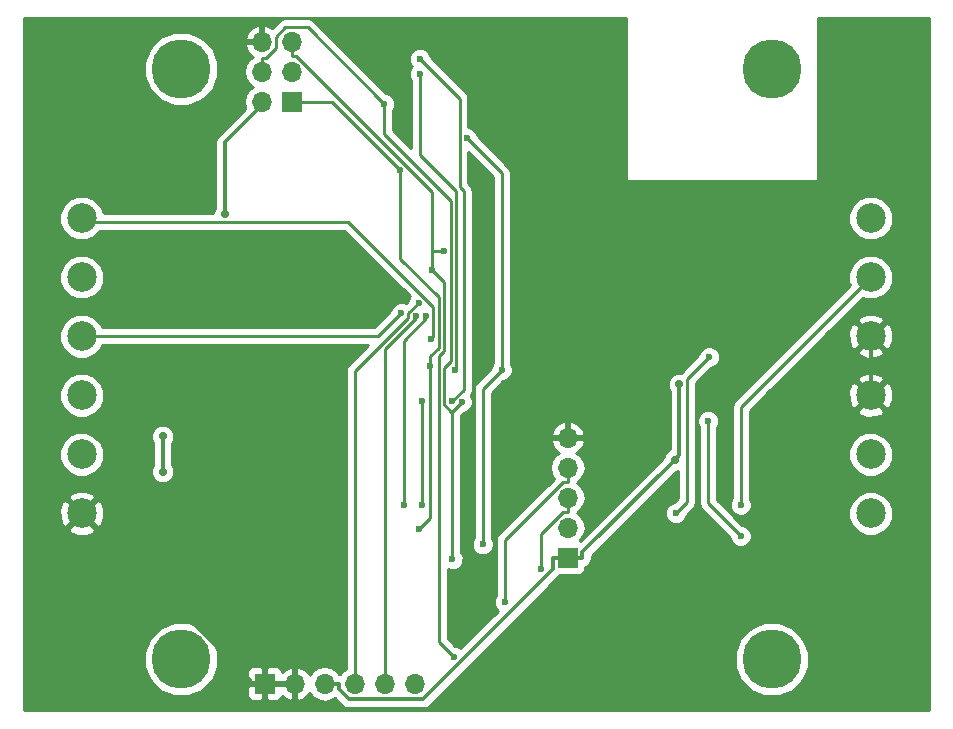
<source format=gbl>
G04 #@! TF.FileFunction,Copper,L2,Bot,Signal*
%FSLAX46Y46*%
G04 Gerber Fmt 4.6, Leading zero omitted, Abs format (unit mm)*
G04 Created by KiCad (PCBNEW 4.0.5) date Wednesday, 08 March 2017 'PMt' 22:20:01*
%MOMM*%
%LPD*%
G01*
G04 APERTURE LIST*
%ADD10C,0.100000*%
%ADD11C,5.000000*%
%ADD12R,1.700000X1.700000*%
%ADD13O,1.700000X1.700000*%
%ADD14C,2.500000*%
%ADD15C,0.700000*%
%ADD16C,0.600000*%
%ADD17C,0.350000*%
%ADD18C,0.250000*%
%ADD19C,0.254000*%
G04 APERTURE END LIST*
D10*
D11*
X222000000Y-47000000D03*
X172000000Y-97000000D03*
X172000000Y-47000000D03*
X222000000Y-97000000D03*
D12*
X181356000Y-49784000D03*
D13*
X178816000Y-49784000D03*
X181356000Y-47244000D03*
X178816000Y-47244000D03*
X181356000Y-44704000D03*
X178816000Y-44704000D03*
D12*
X179070000Y-99060000D03*
D13*
X181610000Y-99060000D03*
X184150000Y-99060000D03*
X186690000Y-99060000D03*
X189230000Y-99060000D03*
X191770000Y-99060000D03*
D14*
X163576000Y-84636000D03*
X163576000Y-79636000D03*
X163576000Y-74636000D03*
X163576000Y-69636000D03*
X163576000Y-59636000D03*
X163576000Y-64636000D03*
X230378000Y-59636000D03*
X230378000Y-64636000D03*
X230378000Y-69636000D03*
X230378000Y-74636000D03*
X230378000Y-84636000D03*
X230378000Y-79636000D03*
D12*
X204724000Y-88392000D03*
D13*
X204724000Y-85852000D03*
X204724000Y-83312000D03*
X204724000Y-80772000D03*
X204724000Y-78232000D03*
D15*
X203016900Y-71999600D03*
X170450000Y-81100000D03*
X170450000Y-78100000D03*
X175697900Y-59305200D03*
X213769700Y-80117700D03*
X214169000Y-73708000D03*
D16*
X194969400Y-88519000D03*
X195777600Y-75200900D03*
X189187200Y-49956000D03*
X193072500Y-72169600D03*
X192151700Y-85979000D03*
X190548300Y-55578100D03*
X199132400Y-72488200D03*
X196191900Y-52862600D03*
X197525600Y-87249000D03*
X193277100Y-64032300D03*
X195060300Y-96770100D03*
X194212700Y-62455500D03*
X192098900Y-66833100D03*
X219383300Y-83921200D03*
X219372700Y-86537400D03*
X216621800Y-76797300D03*
X213878100Y-84619300D03*
X216704400Y-71390600D03*
X192205600Y-46146000D03*
X194912000Y-75154000D03*
X192192900Y-47416000D03*
X195225400Y-72481700D03*
X191871200Y-67946200D03*
X199390000Y-92153200D03*
X202480100Y-89366700D03*
X192353400Y-83935900D03*
X192353400Y-75151100D03*
X193176000Y-69870600D03*
X190602600Y-67673800D03*
X190833400Y-83882100D03*
X192725700Y-67934700D03*
D17*
X230378000Y-74636000D02*
X230378000Y-69636000D01*
X203016900Y-75299600D02*
X203016900Y-71999600D01*
X204724000Y-77006700D02*
X203016900Y-75299600D01*
X204724000Y-78232000D02*
X204724000Y-77006700D01*
X163709700Y-84636000D02*
X163576000Y-84636000D01*
X177844700Y-98771000D02*
X163709700Y-84636000D01*
X177844700Y-99060000D02*
X177844700Y-98771000D01*
X179070000Y-99060000D02*
X177844700Y-99060000D01*
X170450000Y-80850000D02*
X170450000Y-81100000D01*
X170450000Y-78100000D02*
X170450000Y-80850000D01*
X203498700Y-89311000D02*
X203498700Y-88392000D01*
X192475300Y-100334400D02*
X203498700Y-89311000D01*
X186190200Y-100334400D02*
X192475300Y-100334400D01*
X185375300Y-99519500D02*
X186190200Y-100334400D01*
X185375300Y-99060000D02*
X185375300Y-99519500D01*
X184150000Y-99060000D02*
X185375300Y-99060000D01*
X204111400Y-88392000D02*
X203498700Y-88392000D01*
X175697900Y-53222000D02*
X175697900Y-59305200D01*
X179135900Y-49784000D02*
X175697900Y-53222000D01*
X178816000Y-49784000D02*
X179135900Y-49784000D01*
X204111400Y-88392000D02*
X204724000Y-88392000D01*
X205949300Y-87938100D02*
X213769700Y-80117700D01*
X205949300Y-88392000D02*
X205949300Y-87938100D01*
X204724000Y-88392000D02*
X205949300Y-88392000D01*
X214169000Y-79718400D02*
X214169000Y-73708000D01*
X213769700Y-80117700D02*
X214169000Y-79718400D01*
D18*
X178816000Y-47244000D02*
X178816000Y-46068700D01*
X194969400Y-88519000D02*
X194969400Y-76009100D01*
X194969400Y-76009100D02*
X195777600Y-75200900D01*
X179183400Y-46068700D02*
X178816000Y-46068700D01*
X179991300Y-45260800D02*
X179183400Y-46068700D01*
X179991300Y-44324600D02*
X179991300Y-45260800D01*
X180829900Y-43486000D02*
X179991300Y-44324600D01*
X182717200Y-43486000D02*
X180829900Y-43486000D01*
X189187200Y-49956000D02*
X182717200Y-43486000D01*
X189187200Y-52529800D02*
X189187200Y-49956000D01*
X194838000Y-58180600D02*
X189187200Y-52529800D01*
X194838000Y-71720400D02*
X194838000Y-58180600D01*
X194276400Y-72282000D02*
X194838000Y-71720400D01*
X194276400Y-75402800D02*
X194276400Y-72282000D01*
X194882700Y-76009100D02*
X194276400Y-75402800D01*
X194969400Y-76009100D02*
X194882700Y-76009100D01*
X193072500Y-85058200D02*
X192151700Y-85979000D01*
X193072500Y-72169600D02*
X193072500Y-85058200D01*
X181356000Y-49784000D02*
X182531300Y-49784000D01*
X190548300Y-63095900D02*
X190548300Y-55578100D01*
X193801400Y-66349000D02*
X190548300Y-63095900D01*
X193801400Y-70613400D02*
X193801400Y-66349000D01*
X193072500Y-71342300D02*
X193801400Y-70613400D01*
X193072500Y-72169600D02*
X193072500Y-71342300D01*
X184754200Y-49784000D02*
X182531300Y-49784000D01*
X190548300Y-55578100D02*
X184754200Y-49784000D01*
X197525600Y-74095000D02*
X197525600Y-87249000D01*
X199132400Y-72488200D02*
X197525600Y-74095000D01*
X199132400Y-55803100D02*
X196191900Y-52862600D01*
X199132400Y-72488200D02*
X199132400Y-55803100D01*
X181356000Y-44704000D02*
X181356000Y-45879300D01*
X194251700Y-65006900D02*
X193277100Y-64032300D01*
X194251700Y-70907800D02*
X194251700Y-65006900D01*
X193820900Y-71338600D02*
X194251700Y-70907800D01*
X193820900Y-95530700D02*
X193820900Y-71338600D01*
X195060300Y-96770100D02*
X193820900Y-95530700D01*
X193277100Y-62455500D02*
X194212700Y-62455500D01*
X193277100Y-57422400D02*
X193277100Y-62455500D01*
X181734000Y-45879300D02*
X193277100Y-57422400D01*
X181356000Y-45879300D02*
X181734000Y-45879300D01*
X193277100Y-62455500D02*
X193277100Y-64032300D01*
X191232200Y-67699800D02*
X192098900Y-66833100D01*
X191232200Y-68056500D02*
X191232200Y-67699800D01*
X186690000Y-72598700D02*
X191232200Y-68056500D01*
X186690000Y-99060000D02*
X186690000Y-72598700D01*
X219383300Y-75630700D02*
X219383300Y-83921200D01*
X230378000Y-64636000D02*
X219383300Y-75630700D01*
X216621800Y-83786500D02*
X216621800Y-76797300D01*
X219372700Y-86537400D02*
X216621800Y-83786500D01*
X214844300Y-73250700D02*
X216704400Y-71390600D01*
X214844300Y-83653100D02*
X214844300Y-73250700D01*
X213878100Y-84619300D02*
X214844300Y-83653100D01*
X195566600Y-49507000D02*
X192205600Y-46146000D01*
X195566600Y-57014500D02*
X195566600Y-49507000D01*
X195921000Y-57368900D02*
X195566600Y-57014500D01*
X195921000Y-74145000D02*
X195921000Y-57368900D01*
X194912000Y-75154000D02*
X195921000Y-74145000D01*
X192192900Y-54277700D02*
X192192900Y-47416000D01*
X195288300Y-57373100D02*
X192192900Y-54277700D01*
X195288300Y-72418800D02*
X195288300Y-57373100D01*
X195225400Y-72481700D02*
X195288300Y-72418800D01*
X191871200Y-68054400D02*
X191871200Y-67946200D01*
X189230000Y-70695600D02*
X191871200Y-68054400D01*
X189230000Y-99060000D02*
X189230000Y-70695600D01*
X204724000Y-80772000D02*
X204724000Y-81947300D01*
X199390000Y-86914000D02*
X199390000Y-92153200D01*
X204356700Y-81947300D02*
X199390000Y-86914000D01*
X204724000Y-81947300D02*
X204356700Y-81947300D01*
X204724000Y-83312000D02*
X204724000Y-84487300D01*
X202480100Y-86363900D02*
X202480100Y-89366700D01*
X204356700Y-84487300D02*
X202480100Y-86363900D01*
X204724000Y-84487300D02*
X204356700Y-84487300D01*
X192353400Y-83935900D02*
X192353400Y-75151100D01*
X193351100Y-69695500D02*
X193176000Y-69870600D01*
X193351100Y-67187800D02*
X193351100Y-69695500D01*
X186143800Y-59980500D02*
X193351100Y-67187800D01*
X163920500Y-59980500D02*
X186143800Y-59980500D01*
X163576000Y-59636000D02*
X163920500Y-59980500D01*
X188640400Y-69636000D02*
X190602600Y-67673800D01*
X163576000Y-69636000D02*
X188640400Y-69636000D01*
X190833400Y-70002100D02*
X190833400Y-83882100D01*
X192725700Y-68109800D02*
X190833400Y-70002100D01*
X192725700Y-67934700D02*
X192725700Y-68109800D01*
D19*
G36*
X209677000Y-56388000D02*
X209687006Y-56437410D01*
X209715447Y-56479035D01*
X209757841Y-56506315D01*
X209804000Y-56515000D01*
X225806000Y-56515000D01*
X225855410Y-56504994D01*
X225897035Y-56476553D01*
X225924315Y-56434159D01*
X225933000Y-56388000D01*
X225933000Y-42710000D01*
X235290000Y-42710000D01*
X235290000Y-101290000D01*
X158710000Y-101290000D01*
X158710000Y-97620854D01*
X168864457Y-97620854D01*
X169340727Y-98773515D01*
X170221847Y-99656174D01*
X171373674Y-100134454D01*
X172620854Y-100135543D01*
X173773515Y-99659273D01*
X174087585Y-99345750D01*
X177585000Y-99345750D01*
X177585000Y-100036309D01*
X177681673Y-100269698D01*
X177860301Y-100448327D01*
X178093690Y-100545000D01*
X178784250Y-100545000D01*
X178943000Y-100386250D01*
X178943000Y-99187000D01*
X179197000Y-99187000D01*
X179197000Y-100386250D01*
X179355750Y-100545000D01*
X180046310Y-100545000D01*
X180279699Y-100448327D01*
X180458327Y-100269698D01*
X180545136Y-100060122D01*
X180843076Y-100331645D01*
X181253110Y-100501476D01*
X181483000Y-100380155D01*
X181483000Y-99187000D01*
X179197000Y-99187000D01*
X178943000Y-99187000D01*
X177743750Y-99187000D01*
X177585000Y-99345750D01*
X174087585Y-99345750D01*
X174656174Y-98778153D01*
X174944539Y-98083691D01*
X177585000Y-98083691D01*
X177585000Y-98774250D01*
X177743750Y-98933000D01*
X178943000Y-98933000D01*
X178943000Y-97733750D01*
X179197000Y-97733750D01*
X179197000Y-98933000D01*
X181483000Y-98933000D01*
X181483000Y-97739845D01*
X181253110Y-97618524D01*
X180843076Y-97788355D01*
X180545136Y-98059878D01*
X180458327Y-97850302D01*
X180279699Y-97671673D01*
X180046310Y-97575000D01*
X179355750Y-97575000D01*
X179197000Y-97733750D01*
X178943000Y-97733750D01*
X178784250Y-97575000D01*
X178093690Y-97575000D01*
X177860301Y-97671673D01*
X177681673Y-97850302D01*
X177585000Y-98083691D01*
X174944539Y-98083691D01*
X175134454Y-97626326D01*
X175135543Y-96379146D01*
X174659273Y-95226485D01*
X173778153Y-94343826D01*
X172626326Y-93865546D01*
X171379146Y-93864457D01*
X170226485Y-94340727D01*
X169343826Y-95221847D01*
X168865546Y-96373674D01*
X168864457Y-97620854D01*
X158710000Y-97620854D01*
X158710000Y-85969320D01*
X162422285Y-85969320D01*
X162551533Y-86262123D01*
X163251806Y-86530388D01*
X164001435Y-86510250D01*
X164600467Y-86262123D01*
X164729715Y-85969320D01*
X163576000Y-84815605D01*
X162422285Y-85969320D01*
X158710000Y-85969320D01*
X158710000Y-84311806D01*
X161681612Y-84311806D01*
X161701750Y-85061435D01*
X161949877Y-85660467D01*
X162242680Y-85789715D01*
X163396395Y-84636000D01*
X163755605Y-84636000D01*
X164909320Y-85789715D01*
X165202123Y-85660467D01*
X165470388Y-84960194D01*
X165450250Y-84210565D01*
X165202123Y-83611533D01*
X164909320Y-83482285D01*
X163755605Y-84636000D01*
X163396395Y-84636000D01*
X162242680Y-83482285D01*
X161949877Y-83611533D01*
X161681612Y-84311806D01*
X158710000Y-84311806D01*
X158710000Y-83302680D01*
X162422285Y-83302680D01*
X163576000Y-84456395D01*
X164729715Y-83302680D01*
X164600467Y-83009877D01*
X163900194Y-82741612D01*
X163150565Y-82761750D01*
X162551533Y-83009877D01*
X162422285Y-83302680D01*
X158710000Y-83302680D01*
X158710000Y-80009305D01*
X161690674Y-80009305D01*
X161977043Y-80702372D01*
X162506839Y-81233093D01*
X163199405Y-81520672D01*
X163949305Y-81521326D01*
X164642372Y-81234957D01*
X165173093Y-80705161D01*
X165460672Y-80012595D01*
X165461326Y-79262695D01*
X165174957Y-78569628D01*
X164900877Y-78295069D01*
X169464830Y-78295069D01*
X169614471Y-78657229D01*
X169640000Y-78682803D01*
X169640000Y-80516802D01*
X169615445Y-80541314D01*
X169465172Y-80903212D01*
X169464830Y-81295069D01*
X169614471Y-81657229D01*
X169891314Y-81934555D01*
X170253212Y-82084828D01*
X170645069Y-82085170D01*
X171007229Y-81935529D01*
X171284555Y-81658686D01*
X171434828Y-81296788D01*
X171435170Y-80904931D01*
X171285529Y-80542771D01*
X171260000Y-80517197D01*
X171260000Y-78683198D01*
X171284555Y-78658686D01*
X171434828Y-78296788D01*
X171435170Y-77904931D01*
X171285529Y-77542771D01*
X171008686Y-77265445D01*
X170646788Y-77115172D01*
X170254931Y-77114830D01*
X169892771Y-77264471D01*
X169615445Y-77541314D01*
X169465172Y-77903212D01*
X169464830Y-78295069D01*
X164900877Y-78295069D01*
X164645161Y-78038907D01*
X163952595Y-77751328D01*
X163202695Y-77750674D01*
X162509628Y-78037043D01*
X161978907Y-78566839D01*
X161691328Y-79259405D01*
X161690674Y-80009305D01*
X158710000Y-80009305D01*
X158710000Y-75009305D01*
X161690674Y-75009305D01*
X161977043Y-75702372D01*
X162506839Y-76233093D01*
X163199405Y-76520672D01*
X163949305Y-76521326D01*
X164642372Y-76234957D01*
X165173093Y-75705161D01*
X165460672Y-75012595D01*
X165461326Y-74262695D01*
X165174957Y-73569628D01*
X164645161Y-73038907D01*
X163952595Y-72751328D01*
X163202695Y-72750674D01*
X162509628Y-73037043D01*
X161978907Y-73566839D01*
X161691328Y-74259405D01*
X161690674Y-75009305D01*
X158710000Y-75009305D01*
X158710000Y-65009305D01*
X161690674Y-65009305D01*
X161977043Y-65702372D01*
X162506839Y-66233093D01*
X163199405Y-66520672D01*
X163949305Y-66521326D01*
X164642372Y-66234957D01*
X165173093Y-65705161D01*
X165460672Y-65012595D01*
X165461326Y-64262695D01*
X165174957Y-63569628D01*
X164645161Y-63038907D01*
X163952595Y-62751328D01*
X163202695Y-62750674D01*
X162509628Y-63037043D01*
X161978907Y-63566839D01*
X161691328Y-64259405D01*
X161690674Y-65009305D01*
X158710000Y-65009305D01*
X158710000Y-60009305D01*
X161690674Y-60009305D01*
X161977043Y-60702372D01*
X162506839Y-61233093D01*
X163199405Y-61520672D01*
X163949305Y-61521326D01*
X164642372Y-61234957D01*
X165137692Y-60740500D01*
X185828998Y-60740500D01*
X191349026Y-66260528D01*
X191306708Y-66302773D01*
X191164062Y-66646301D01*
X191164021Y-66693177D01*
X191021754Y-66835444D01*
X190789399Y-66738962D01*
X190417433Y-66738638D01*
X190073657Y-66880683D01*
X189810408Y-67143473D01*
X189667762Y-67487001D01*
X189667721Y-67533877D01*
X188325598Y-68876000D01*
X165301547Y-68876000D01*
X165174957Y-68569628D01*
X164645161Y-68038907D01*
X163952595Y-67751328D01*
X163202695Y-67750674D01*
X162509628Y-68037043D01*
X161978907Y-68566839D01*
X161691328Y-69259405D01*
X161690674Y-70009305D01*
X161977043Y-70702372D01*
X162506839Y-71233093D01*
X163199405Y-71520672D01*
X163949305Y-71521326D01*
X164642372Y-71234957D01*
X165173093Y-70705161D01*
X165301468Y-70396000D01*
X187817898Y-70396000D01*
X186152599Y-72061299D01*
X185987852Y-72307861D01*
X185930000Y-72598700D01*
X185930000Y-97787046D01*
X185639946Y-97980853D01*
X185450159Y-98264890D01*
X185380596Y-98251053D01*
X185200054Y-97980853D01*
X184718285Y-97658946D01*
X184150000Y-97545907D01*
X183581715Y-97658946D01*
X183099946Y-97980853D01*
X182872298Y-98321553D01*
X182805183Y-98178642D01*
X182376924Y-97788355D01*
X181966890Y-97618524D01*
X181737000Y-97739845D01*
X181737000Y-98933000D01*
X181757000Y-98933000D01*
X181757000Y-99187000D01*
X181737000Y-99187000D01*
X181737000Y-100380155D01*
X181966890Y-100501476D01*
X182376924Y-100331645D01*
X182805183Y-99941358D01*
X182872298Y-99798447D01*
X183099946Y-100139147D01*
X183581715Y-100461054D01*
X184150000Y-100574093D01*
X184718285Y-100461054D01*
X184989873Y-100279585D01*
X185617444Y-100907157D01*
X185880227Y-101082743D01*
X186190200Y-101144400D01*
X192475300Y-101144400D01*
X192785274Y-101082742D01*
X193048056Y-100907156D01*
X196334358Y-97620854D01*
X218864457Y-97620854D01*
X219340727Y-98773515D01*
X220221847Y-99656174D01*
X221373674Y-100134454D01*
X222620854Y-100135543D01*
X223773515Y-99659273D01*
X224656174Y-98778153D01*
X225134454Y-97626326D01*
X225135543Y-96379146D01*
X224659273Y-95226485D01*
X223778153Y-94343826D01*
X222626326Y-93865546D01*
X221379146Y-93864457D01*
X220226485Y-94340727D01*
X219343826Y-95221847D01*
X218865546Y-96373674D01*
X218864457Y-97620854D01*
X196334358Y-97620854D01*
X204065773Y-89889440D01*
X205574000Y-89889440D01*
X205809317Y-89845162D01*
X206025441Y-89706090D01*
X206170431Y-89493890D01*
X206221440Y-89242000D01*
X206221440Y-89147868D01*
X206259274Y-89140342D01*
X206522056Y-88964756D01*
X206697642Y-88701974D01*
X206759300Y-88392000D01*
X206759300Y-88273612D01*
X213930073Y-81102840D01*
X213964769Y-81102870D01*
X214084300Y-81053481D01*
X214084300Y-83338298D01*
X213738420Y-83684178D01*
X213692933Y-83684138D01*
X213349157Y-83826183D01*
X213085908Y-84088973D01*
X212943262Y-84432501D01*
X212942938Y-84804467D01*
X213084983Y-85148243D01*
X213347773Y-85411492D01*
X213691301Y-85554138D01*
X214063267Y-85554462D01*
X214407043Y-85412417D01*
X214670292Y-85149627D01*
X214812938Y-84806099D01*
X214812979Y-84759223D01*
X215381701Y-84190501D01*
X215546448Y-83943939D01*
X215604300Y-83653100D01*
X215604300Y-76982467D01*
X215686638Y-76982467D01*
X215828683Y-77326243D01*
X215861800Y-77359418D01*
X215861800Y-83786500D01*
X215919652Y-84077339D01*
X216084399Y-84323901D01*
X218437578Y-86677080D01*
X218437538Y-86722567D01*
X218579583Y-87066343D01*
X218842373Y-87329592D01*
X219185901Y-87472238D01*
X219557867Y-87472562D01*
X219901643Y-87330517D01*
X220164892Y-87067727D01*
X220307538Y-86724199D01*
X220307862Y-86352233D01*
X220165817Y-86008457D01*
X219903027Y-85745208D01*
X219559499Y-85602562D01*
X219512623Y-85602521D01*
X218919407Y-85009305D01*
X228492674Y-85009305D01*
X228779043Y-85702372D01*
X229308839Y-86233093D01*
X230001405Y-86520672D01*
X230751305Y-86521326D01*
X231444372Y-86234957D01*
X231975093Y-85705161D01*
X232262672Y-85012595D01*
X232263326Y-84262695D01*
X231976957Y-83569628D01*
X231447161Y-83038907D01*
X230754595Y-82751328D01*
X230004695Y-82750674D01*
X229311628Y-83037043D01*
X228780907Y-83566839D01*
X228493328Y-84259405D01*
X228492674Y-85009305D01*
X218919407Y-85009305D01*
X218016469Y-84106367D01*
X218448138Y-84106367D01*
X218590183Y-84450143D01*
X218852973Y-84713392D01*
X219196501Y-84856038D01*
X219568467Y-84856362D01*
X219912243Y-84714317D01*
X220175492Y-84451527D01*
X220318138Y-84107999D01*
X220318462Y-83736033D01*
X220176417Y-83392257D01*
X220143300Y-83359082D01*
X220143300Y-80009305D01*
X228492674Y-80009305D01*
X228779043Y-80702372D01*
X229308839Y-81233093D01*
X230001405Y-81520672D01*
X230751305Y-81521326D01*
X231444372Y-81234957D01*
X231975093Y-80705161D01*
X232262672Y-80012595D01*
X232263326Y-79262695D01*
X231976957Y-78569628D01*
X231447161Y-78038907D01*
X230754595Y-77751328D01*
X230004695Y-77750674D01*
X229311628Y-78037043D01*
X228780907Y-78566839D01*
X228493328Y-79259405D01*
X228492674Y-80009305D01*
X220143300Y-80009305D01*
X220143300Y-75969320D01*
X229224285Y-75969320D01*
X229353533Y-76262123D01*
X230053806Y-76530388D01*
X230803435Y-76510250D01*
X231402467Y-76262123D01*
X231531715Y-75969320D01*
X230378000Y-74815605D01*
X229224285Y-75969320D01*
X220143300Y-75969320D01*
X220143300Y-75945502D01*
X221776996Y-74311806D01*
X228483612Y-74311806D01*
X228503750Y-75061435D01*
X228751877Y-75660467D01*
X229044680Y-75789715D01*
X230198395Y-74636000D01*
X230557605Y-74636000D01*
X231711320Y-75789715D01*
X232004123Y-75660467D01*
X232272388Y-74960194D01*
X232252250Y-74210565D01*
X232004123Y-73611533D01*
X231711320Y-73482285D01*
X230557605Y-74636000D01*
X230198395Y-74636000D01*
X229044680Y-73482285D01*
X228751877Y-73611533D01*
X228483612Y-74311806D01*
X221776996Y-74311806D01*
X222786122Y-73302680D01*
X229224285Y-73302680D01*
X230378000Y-74456395D01*
X231531715Y-73302680D01*
X231402467Y-73009877D01*
X230702194Y-72741612D01*
X229952565Y-72761750D01*
X229353533Y-73009877D01*
X229224285Y-73302680D01*
X222786122Y-73302680D01*
X225119482Y-70969320D01*
X229224285Y-70969320D01*
X229353533Y-71262123D01*
X230053806Y-71530388D01*
X230803435Y-71510250D01*
X231402467Y-71262123D01*
X231531715Y-70969320D01*
X230378000Y-69815605D01*
X229224285Y-70969320D01*
X225119482Y-70969320D01*
X226776996Y-69311806D01*
X228483612Y-69311806D01*
X228503750Y-70061435D01*
X228751877Y-70660467D01*
X229044680Y-70789715D01*
X230198395Y-69636000D01*
X230557605Y-69636000D01*
X231711320Y-70789715D01*
X232004123Y-70660467D01*
X232272388Y-69960194D01*
X232252250Y-69210565D01*
X232004123Y-68611533D01*
X231711320Y-68482285D01*
X230557605Y-69636000D01*
X230198395Y-69636000D01*
X229044680Y-68482285D01*
X228751877Y-68611533D01*
X228483612Y-69311806D01*
X226776996Y-69311806D01*
X227786122Y-68302680D01*
X229224285Y-68302680D01*
X230378000Y-69456395D01*
X231531715Y-68302680D01*
X231402467Y-68009877D01*
X230702194Y-67741612D01*
X229952565Y-67761750D01*
X229353533Y-68009877D01*
X229224285Y-68302680D01*
X227786122Y-68302680D01*
X229695255Y-66393547D01*
X230001405Y-66520672D01*
X230751305Y-66521326D01*
X231444372Y-66234957D01*
X231975093Y-65705161D01*
X232262672Y-65012595D01*
X232263326Y-64262695D01*
X231976957Y-63569628D01*
X231447161Y-63038907D01*
X230754595Y-62751328D01*
X230004695Y-62750674D01*
X229311628Y-63037043D01*
X228780907Y-63566839D01*
X228493328Y-64259405D01*
X228492674Y-65009305D01*
X228620509Y-65318689D01*
X218845899Y-75093299D01*
X218681152Y-75339861D01*
X218623300Y-75630700D01*
X218623300Y-83358737D01*
X218591108Y-83390873D01*
X218448462Y-83734401D01*
X218448138Y-84106367D01*
X218016469Y-84106367D01*
X217381800Y-83471698D01*
X217381800Y-77359763D01*
X217413992Y-77327627D01*
X217556638Y-76984099D01*
X217556962Y-76612133D01*
X217414917Y-76268357D01*
X217152127Y-76005108D01*
X216808599Y-75862462D01*
X216436633Y-75862138D01*
X216092857Y-76004183D01*
X215829608Y-76266973D01*
X215686962Y-76610501D01*
X215686638Y-76982467D01*
X215604300Y-76982467D01*
X215604300Y-73565502D01*
X216844080Y-72325722D01*
X216889567Y-72325762D01*
X217233343Y-72183717D01*
X217496592Y-71920927D01*
X217639238Y-71577399D01*
X217639562Y-71205433D01*
X217497517Y-70861657D01*
X217234727Y-70598408D01*
X216891199Y-70455762D01*
X216519233Y-70455438D01*
X216175457Y-70597483D01*
X215912208Y-70860273D01*
X215769562Y-71203801D01*
X215769521Y-71250677D01*
X214306899Y-72713299D01*
X214300340Y-72723115D01*
X213973931Y-72722830D01*
X213611771Y-72872471D01*
X213334445Y-73149314D01*
X213184172Y-73511212D01*
X213183830Y-73903069D01*
X213333471Y-74265229D01*
X213359000Y-74290803D01*
X213359000Y-79221627D01*
X213212471Y-79282171D01*
X212935145Y-79559014D01*
X212784872Y-79920912D01*
X212784840Y-79957047D01*
X205801299Y-86940589D01*
X205758459Y-86931914D01*
X205803147Y-86902054D01*
X206125054Y-86420285D01*
X206238093Y-85852000D01*
X206125054Y-85283715D01*
X205803147Y-84801946D01*
X205473974Y-84582000D01*
X205803147Y-84362054D01*
X206125054Y-83880285D01*
X206238093Y-83312000D01*
X206125054Y-82743715D01*
X205803147Y-82261946D01*
X205473974Y-82042000D01*
X205803147Y-81822054D01*
X206125054Y-81340285D01*
X206238093Y-80772000D01*
X206125054Y-80203715D01*
X205803147Y-79721946D01*
X205462447Y-79494298D01*
X205605358Y-79427183D01*
X205995645Y-78998924D01*
X206165476Y-78588890D01*
X206044155Y-78359000D01*
X204851000Y-78359000D01*
X204851000Y-78379000D01*
X204597000Y-78379000D01*
X204597000Y-78359000D01*
X203403845Y-78359000D01*
X203282524Y-78588890D01*
X203452355Y-78998924D01*
X203842642Y-79427183D01*
X203985553Y-79494298D01*
X203644853Y-79721946D01*
X203322946Y-80203715D01*
X203209907Y-80772000D01*
X203322946Y-81340285D01*
X203549640Y-81679557D01*
X198852599Y-86376599D01*
X198687852Y-86623161D01*
X198630000Y-86914000D01*
X198630000Y-91590737D01*
X198597808Y-91622873D01*
X198455162Y-91966401D01*
X198454838Y-92338367D01*
X198596883Y-92682143D01*
X198789296Y-92874892D01*
X195638412Y-96025776D01*
X195590627Y-95977908D01*
X195247099Y-95835262D01*
X195200223Y-95835221D01*
X194580900Y-95215898D01*
X194580900Y-89370084D01*
X194782601Y-89453838D01*
X195154567Y-89454162D01*
X195498343Y-89312117D01*
X195761592Y-89049327D01*
X195904238Y-88705799D01*
X195904562Y-88333833D01*
X195762517Y-87990057D01*
X195729400Y-87956882D01*
X195729400Y-76323902D01*
X195917280Y-76136022D01*
X195962767Y-76136062D01*
X196306543Y-75994017D01*
X196569792Y-75731227D01*
X196712438Y-75387699D01*
X196712762Y-75015733D01*
X196570717Y-74671957D01*
X196507616Y-74608746D01*
X196614386Y-74448952D01*
X196623148Y-74435839D01*
X196681000Y-74145000D01*
X196681000Y-57368900D01*
X196633790Y-57131561D01*
X196623148Y-57078060D01*
X196458401Y-56831499D01*
X196326600Y-56699698D01*
X196326600Y-54072102D01*
X198372400Y-56117902D01*
X198372400Y-71925737D01*
X198340208Y-71957873D01*
X198197562Y-72301401D01*
X198197521Y-72348277D01*
X196988199Y-73557599D01*
X196823452Y-73804161D01*
X196765600Y-74095000D01*
X196765600Y-86686537D01*
X196733408Y-86718673D01*
X196590762Y-87062201D01*
X196590438Y-87434167D01*
X196732483Y-87777943D01*
X196995273Y-88041192D01*
X197338801Y-88183838D01*
X197710767Y-88184162D01*
X198054543Y-88042117D01*
X198317792Y-87779327D01*
X198460438Y-87435799D01*
X198460762Y-87063833D01*
X198318717Y-86720057D01*
X198285600Y-86686882D01*
X198285600Y-77875110D01*
X203282524Y-77875110D01*
X203403845Y-78105000D01*
X204597000Y-78105000D01*
X204597000Y-76911181D01*
X204851000Y-76911181D01*
X204851000Y-78105000D01*
X206044155Y-78105000D01*
X206165476Y-77875110D01*
X205995645Y-77465076D01*
X205605358Y-77036817D01*
X205080892Y-76790514D01*
X204851000Y-76911181D01*
X204597000Y-76911181D01*
X204367108Y-76790514D01*
X203842642Y-77036817D01*
X203452355Y-77465076D01*
X203282524Y-77875110D01*
X198285600Y-77875110D01*
X198285600Y-74409802D01*
X199272080Y-73423322D01*
X199317567Y-73423362D01*
X199661343Y-73281317D01*
X199924592Y-73018527D01*
X200067238Y-72674999D01*
X200067562Y-72303033D01*
X199925517Y-71959257D01*
X199892400Y-71926082D01*
X199892400Y-60009305D01*
X228492674Y-60009305D01*
X228779043Y-60702372D01*
X229308839Y-61233093D01*
X230001405Y-61520672D01*
X230751305Y-61521326D01*
X231444372Y-61234957D01*
X231975093Y-60705161D01*
X232262672Y-60012595D01*
X232263326Y-59262695D01*
X231976957Y-58569628D01*
X231447161Y-58038907D01*
X230754595Y-57751328D01*
X230004695Y-57750674D01*
X229311628Y-58037043D01*
X228780907Y-58566839D01*
X228493328Y-59259405D01*
X228492674Y-60009305D01*
X199892400Y-60009305D01*
X199892400Y-55803100D01*
X199834548Y-55512261D01*
X199669801Y-55265699D01*
X197127022Y-52722920D01*
X197127062Y-52677433D01*
X196985017Y-52333657D01*
X196722227Y-52070408D01*
X196378699Y-51927762D01*
X196326600Y-51927717D01*
X196326600Y-49507000D01*
X196268748Y-49216161D01*
X196104001Y-48969599D01*
X193140722Y-46006320D01*
X193140762Y-45960833D01*
X192998717Y-45617057D01*
X192735927Y-45353808D01*
X192392399Y-45211162D01*
X192020433Y-45210838D01*
X191676657Y-45352883D01*
X191413408Y-45615673D01*
X191270762Y-45959201D01*
X191270438Y-46331167D01*
X191412483Y-46674943D01*
X191511971Y-46774604D01*
X191400708Y-46885673D01*
X191258062Y-47229201D01*
X191257738Y-47601167D01*
X191399783Y-47944943D01*
X191432900Y-47978118D01*
X191432900Y-53700698D01*
X189947200Y-52214998D01*
X189947200Y-50518463D01*
X189979392Y-50486327D01*
X190122038Y-50142799D01*
X190122362Y-49770833D01*
X189980317Y-49427057D01*
X189717527Y-49163808D01*
X189373999Y-49021162D01*
X189327123Y-49021121D01*
X183254601Y-42948599D01*
X183008039Y-42783852D01*
X182717200Y-42726000D01*
X180829900Y-42726000D01*
X180539061Y-42783852D01*
X180539059Y-42783853D01*
X180539060Y-42783853D01*
X180292498Y-42948599D01*
X179714009Y-43527088D01*
X179697358Y-43508817D01*
X179172892Y-43262514D01*
X178943000Y-43383181D01*
X178943000Y-44577000D01*
X178963000Y-44577000D01*
X178963000Y-44831000D01*
X178943000Y-44831000D01*
X178943000Y-44851000D01*
X178689000Y-44851000D01*
X178689000Y-44831000D01*
X177495845Y-44831000D01*
X177374524Y-45060890D01*
X177544355Y-45470924D01*
X177934642Y-45899183D01*
X178076470Y-45965789D01*
X178076188Y-45967210D01*
X177736853Y-46193946D01*
X177414946Y-46675715D01*
X177301907Y-47244000D01*
X177414946Y-47812285D01*
X177736853Y-48294054D01*
X178066026Y-48514000D01*
X177736853Y-48733946D01*
X177414946Y-49215715D01*
X177301907Y-49784000D01*
X177414946Y-50352285D01*
X177417812Y-50356575D01*
X175125144Y-52649244D01*
X174949558Y-52912026D01*
X174887900Y-53222000D01*
X174887900Y-58722002D01*
X174863345Y-58746514D01*
X174713072Y-59108412D01*
X174712974Y-59220500D01*
X165443891Y-59220500D01*
X165174957Y-58569628D01*
X164645161Y-58038907D01*
X163952595Y-57751328D01*
X163202695Y-57750674D01*
X162509628Y-58037043D01*
X161978907Y-58566839D01*
X161691328Y-59259405D01*
X161690674Y-60009305D01*
X158710000Y-60009305D01*
X158710000Y-47620854D01*
X168864457Y-47620854D01*
X169340727Y-48773515D01*
X170221847Y-49656174D01*
X171373674Y-50134454D01*
X172620854Y-50135543D01*
X173773515Y-49659273D01*
X174656174Y-48778153D01*
X175134454Y-47626326D01*
X175135543Y-46379146D01*
X174659273Y-45226485D01*
X173781432Y-44347110D01*
X177374524Y-44347110D01*
X177495845Y-44577000D01*
X178689000Y-44577000D01*
X178689000Y-43383181D01*
X178459108Y-43262514D01*
X177934642Y-43508817D01*
X177544355Y-43937076D01*
X177374524Y-44347110D01*
X173781432Y-44347110D01*
X173778153Y-44343826D01*
X172626326Y-43865546D01*
X171379146Y-43864457D01*
X170226485Y-44340727D01*
X169343826Y-45221847D01*
X168865546Y-46373674D01*
X168864457Y-47620854D01*
X158710000Y-47620854D01*
X158710000Y-42710000D01*
X209677000Y-42710000D01*
X209677000Y-56388000D01*
X209677000Y-56388000D01*
G37*
X209677000Y-56388000D02*
X209687006Y-56437410D01*
X209715447Y-56479035D01*
X209757841Y-56506315D01*
X209804000Y-56515000D01*
X225806000Y-56515000D01*
X225855410Y-56504994D01*
X225897035Y-56476553D01*
X225924315Y-56434159D01*
X225933000Y-56388000D01*
X225933000Y-42710000D01*
X235290000Y-42710000D01*
X235290000Y-101290000D01*
X158710000Y-101290000D01*
X158710000Y-97620854D01*
X168864457Y-97620854D01*
X169340727Y-98773515D01*
X170221847Y-99656174D01*
X171373674Y-100134454D01*
X172620854Y-100135543D01*
X173773515Y-99659273D01*
X174087585Y-99345750D01*
X177585000Y-99345750D01*
X177585000Y-100036309D01*
X177681673Y-100269698D01*
X177860301Y-100448327D01*
X178093690Y-100545000D01*
X178784250Y-100545000D01*
X178943000Y-100386250D01*
X178943000Y-99187000D01*
X179197000Y-99187000D01*
X179197000Y-100386250D01*
X179355750Y-100545000D01*
X180046310Y-100545000D01*
X180279699Y-100448327D01*
X180458327Y-100269698D01*
X180545136Y-100060122D01*
X180843076Y-100331645D01*
X181253110Y-100501476D01*
X181483000Y-100380155D01*
X181483000Y-99187000D01*
X179197000Y-99187000D01*
X178943000Y-99187000D01*
X177743750Y-99187000D01*
X177585000Y-99345750D01*
X174087585Y-99345750D01*
X174656174Y-98778153D01*
X174944539Y-98083691D01*
X177585000Y-98083691D01*
X177585000Y-98774250D01*
X177743750Y-98933000D01*
X178943000Y-98933000D01*
X178943000Y-97733750D01*
X179197000Y-97733750D01*
X179197000Y-98933000D01*
X181483000Y-98933000D01*
X181483000Y-97739845D01*
X181253110Y-97618524D01*
X180843076Y-97788355D01*
X180545136Y-98059878D01*
X180458327Y-97850302D01*
X180279699Y-97671673D01*
X180046310Y-97575000D01*
X179355750Y-97575000D01*
X179197000Y-97733750D01*
X178943000Y-97733750D01*
X178784250Y-97575000D01*
X178093690Y-97575000D01*
X177860301Y-97671673D01*
X177681673Y-97850302D01*
X177585000Y-98083691D01*
X174944539Y-98083691D01*
X175134454Y-97626326D01*
X175135543Y-96379146D01*
X174659273Y-95226485D01*
X173778153Y-94343826D01*
X172626326Y-93865546D01*
X171379146Y-93864457D01*
X170226485Y-94340727D01*
X169343826Y-95221847D01*
X168865546Y-96373674D01*
X168864457Y-97620854D01*
X158710000Y-97620854D01*
X158710000Y-85969320D01*
X162422285Y-85969320D01*
X162551533Y-86262123D01*
X163251806Y-86530388D01*
X164001435Y-86510250D01*
X164600467Y-86262123D01*
X164729715Y-85969320D01*
X163576000Y-84815605D01*
X162422285Y-85969320D01*
X158710000Y-85969320D01*
X158710000Y-84311806D01*
X161681612Y-84311806D01*
X161701750Y-85061435D01*
X161949877Y-85660467D01*
X162242680Y-85789715D01*
X163396395Y-84636000D01*
X163755605Y-84636000D01*
X164909320Y-85789715D01*
X165202123Y-85660467D01*
X165470388Y-84960194D01*
X165450250Y-84210565D01*
X165202123Y-83611533D01*
X164909320Y-83482285D01*
X163755605Y-84636000D01*
X163396395Y-84636000D01*
X162242680Y-83482285D01*
X161949877Y-83611533D01*
X161681612Y-84311806D01*
X158710000Y-84311806D01*
X158710000Y-83302680D01*
X162422285Y-83302680D01*
X163576000Y-84456395D01*
X164729715Y-83302680D01*
X164600467Y-83009877D01*
X163900194Y-82741612D01*
X163150565Y-82761750D01*
X162551533Y-83009877D01*
X162422285Y-83302680D01*
X158710000Y-83302680D01*
X158710000Y-80009305D01*
X161690674Y-80009305D01*
X161977043Y-80702372D01*
X162506839Y-81233093D01*
X163199405Y-81520672D01*
X163949305Y-81521326D01*
X164642372Y-81234957D01*
X165173093Y-80705161D01*
X165460672Y-80012595D01*
X165461326Y-79262695D01*
X165174957Y-78569628D01*
X164900877Y-78295069D01*
X169464830Y-78295069D01*
X169614471Y-78657229D01*
X169640000Y-78682803D01*
X169640000Y-80516802D01*
X169615445Y-80541314D01*
X169465172Y-80903212D01*
X169464830Y-81295069D01*
X169614471Y-81657229D01*
X169891314Y-81934555D01*
X170253212Y-82084828D01*
X170645069Y-82085170D01*
X171007229Y-81935529D01*
X171284555Y-81658686D01*
X171434828Y-81296788D01*
X171435170Y-80904931D01*
X171285529Y-80542771D01*
X171260000Y-80517197D01*
X171260000Y-78683198D01*
X171284555Y-78658686D01*
X171434828Y-78296788D01*
X171435170Y-77904931D01*
X171285529Y-77542771D01*
X171008686Y-77265445D01*
X170646788Y-77115172D01*
X170254931Y-77114830D01*
X169892771Y-77264471D01*
X169615445Y-77541314D01*
X169465172Y-77903212D01*
X169464830Y-78295069D01*
X164900877Y-78295069D01*
X164645161Y-78038907D01*
X163952595Y-77751328D01*
X163202695Y-77750674D01*
X162509628Y-78037043D01*
X161978907Y-78566839D01*
X161691328Y-79259405D01*
X161690674Y-80009305D01*
X158710000Y-80009305D01*
X158710000Y-75009305D01*
X161690674Y-75009305D01*
X161977043Y-75702372D01*
X162506839Y-76233093D01*
X163199405Y-76520672D01*
X163949305Y-76521326D01*
X164642372Y-76234957D01*
X165173093Y-75705161D01*
X165460672Y-75012595D01*
X165461326Y-74262695D01*
X165174957Y-73569628D01*
X164645161Y-73038907D01*
X163952595Y-72751328D01*
X163202695Y-72750674D01*
X162509628Y-73037043D01*
X161978907Y-73566839D01*
X161691328Y-74259405D01*
X161690674Y-75009305D01*
X158710000Y-75009305D01*
X158710000Y-65009305D01*
X161690674Y-65009305D01*
X161977043Y-65702372D01*
X162506839Y-66233093D01*
X163199405Y-66520672D01*
X163949305Y-66521326D01*
X164642372Y-66234957D01*
X165173093Y-65705161D01*
X165460672Y-65012595D01*
X165461326Y-64262695D01*
X165174957Y-63569628D01*
X164645161Y-63038907D01*
X163952595Y-62751328D01*
X163202695Y-62750674D01*
X162509628Y-63037043D01*
X161978907Y-63566839D01*
X161691328Y-64259405D01*
X161690674Y-65009305D01*
X158710000Y-65009305D01*
X158710000Y-60009305D01*
X161690674Y-60009305D01*
X161977043Y-60702372D01*
X162506839Y-61233093D01*
X163199405Y-61520672D01*
X163949305Y-61521326D01*
X164642372Y-61234957D01*
X165137692Y-60740500D01*
X185828998Y-60740500D01*
X191349026Y-66260528D01*
X191306708Y-66302773D01*
X191164062Y-66646301D01*
X191164021Y-66693177D01*
X191021754Y-66835444D01*
X190789399Y-66738962D01*
X190417433Y-66738638D01*
X190073657Y-66880683D01*
X189810408Y-67143473D01*
X189667762Y-67487001D01*
X189667721Y-67533877D01*
X188325598Y-68876000D01*
X165301547Y-68876000D01*
X165174957Y-68569628D01*
X164645161Y-68038907D01*
X163952595Y-67751328D01*
X163202695Y-67750674D01*
X162509628Y-68037043D01*
X161978907Y-68566839D01*
X161691328Y-69259405D01*
X161690674Y-70009305D01*
X161977043Y-70702372D01*
X162506839Y-71233093D01*
X163199405Y-71520672D01*
X163949305Y-71521326D01*
X164642372Y-71234957D01*
X165173093Y-70705161D01*
X165301468Y-70396000D01*
X187817898Y-70396000D01*
X186152599Y-72061299D01*
X185987852Y-72307861D01*
X185930000Y-72598700D01*
X185930000Y-97787046D01*
X185639946Y-97980853D01*
X185450159Y-98264890D01*
X185380596Y-98251053D01*
X185200054Y-97980853D01*
X184718285Y-97658946D01*
X184150000Y-97545907D01*
X183581715Y-97658946D01*
X183099946Y-97980853D01*
X182872298Y-98321553D01*
X182805183Y-98178642D01*
X182376924Y-97788355D01*
X181966890Y-97618524D01*
X181737000Y-97739845D01*
X181737000Y-98933000D01*
X181757000Y-98933000D01*
X181757000Y-99187000D01*
X181737000Y-99187000D01*
X181737000Y-100380155D01*
X181966890Y-100501476D01*
X182376924Y-100331645D01*
X182805183Y-99941358D01*
X182872298Y-99798447D01*
X183099946Y-100139147D01*
X183581715Y-100461054D01*
X184150000Y-100574093D01*
X184718285Y-100461054D01*
X184989873Y-100279585D01*
X185617444Y-100907157D01*
X185880227Y-101082743D01*
X186190200Y-101144400D01*
X192475300Y-101144400D01*
X192785274Y-101082742D01*
X193048056Y-100907156D01*
X196334358Y-97620854D01*
X218864457Y-97620854D01*
X219340727Y-98773515D01*
X220221847Y-99656174D01*
X221373674Y-100134454D01*
X222620854Y-100135543D01*
X223773515Y-99659273D01*
X224656174Y-98778153D01*
X225134454Y-97626326D01*
X225135543Y-96379146D01*
X224659273Y-95226485D01*
X223778153Y-94343826D01*
X222626326Y-93865546D01*
X221379146Y-93864457D01*
X220226485Y-94340727D01*
X219343826Y-95221847D01*
X218865546Y-96373674D01*
X218864457Y-97620854D01*
X196334358Y-97620854D01*
X204065773Y-89889440D01*
X205574000Y-89889440D01*
X205809317Y-89845162D01*
X206025441Y-89706090D01*
X206170431Y-89493890D01*
X206221440Y-89242000D01*
X206221440Y-89147868D01*
X206259274Y-89140342D01*
X206522056Y-88964756D01*
X206697642Y-88701974D01*
X206759300Y-88392000D01*
X206759300Y-88273612D01*
X213930073Y-81102840D01*
X213964769Y-81102870D01*
X214084300Y-81053481D01*
X214084300Y-83338298D01*
X213738420Y-83684178D01*
X213692933Y-83684138D01*
X213349157Y-83826183D01*
X213085908Y-84088973D01*
X212943262Y-84432501D01*
X212942938Y-84804467D01*
X213084983Y-85148243D01*
X213347773Y-85411492D01*
X213691301Y-85554138D01*
X214063267Y-85554462D01*
X214407043Y-85412417D01*
X214670292Y-85149627D01*
X214812938Y-84806099D01*
X214812979Y-84759223D01*
X215381701Y-84190501D01*
X215546448Y-83943939D01*
X215604300Y-83653100D01*
X215604300Y-76982467D01*
X215686638Y-76982467D01*
X215828683Y-77326243D01*
X215861800Y-77359418D01*
X215861800Y-83786500D01*
X215919652Y-84077339D01*
X216084399Y-84323901D01*
X218437578Y-86677080D01*
X218437538Y-86722567D01*
X218579583Y-87066343D01*
X218842373Y-87329592D01*
X219185901Y-87472238D01*
X219557867Y-87472562D01*
X219901643Y-87330517D01*
X220164892Y-87067727D01*
X220307538Y-86724199D01*
X220307862Y-86352233D01*
X220165817Y-86008457D01*
X219903027Y-85745208D01*
X219559499Y-85602562D01*
X219512623Y-85602521D01*
X218919407Y-85009305D01*
X228492674Y-85009305D01*
X228779043Y-85702372D01*
X229308839Y-86233093D01*
X230001405Y-86520672D01*
X230751305Y-86521326D01*
X231444372Y-86234957D01*
X231975093Y-85705161D01*
X232262672Y-85012595D01*
X232263326Y-84262695D01*
X231976957Y-83569628D01*
X231447161Y-83038907D01*
X230754595Y-82751328D01*
X230004695Y-82750674D01*
X229311628Y-83037043D01*
X228780907Y-83566839D01*
X228493328Y-84259405D01*
X228492674Y-85009305D01*
X218919407Y-85009305D01*
X218016469Y-84106367D01*
X218448138Y-84106367D01*
X218590183Y-84450143D01*
X218852973Y-84713392D01*
X219196501Y-84856038D01*
X219568467Y-84856362D01*
X219912243Y-84714317D01*
X220175492Y-84451527D01*
X220318138Y-84107999D01*
X220318462Y-83736033D01*
X220176417Y-83392257D01*
X220143300Y-83359082D01*
X220143300Y-80009305D01*
X228492674Y-80009305D01*
X228779043Y-80702372D01*
X229308839Y-81233093D01*
X230001405Y-81520672D01*
X230751305Y-81521326D01*
X231444372Y-81234957D01*
X231975093Y-80705161D01*
X232262672Y-80012595D01*
X232263326Y-79262695D01*
X231976957Y-78569628D01*
X231447161Y-78038907D01*
X230754595Y-77751328D01*
X230004695Y-77750674D01*
X229311628Y-78037043D01*
X228780907Y-78566839D01*
X228493328Y-79259405D01*
X228492674Y-80009305D01*
X220143300Y-80009305D01*
X220143300Y-75969320D01*
X229224285Y-75969320D01*
X229353533Y-76262123D01*
X230053806Y-76530388D01*
X230803435Y-76510250D01*
X231402467Y-76262123D01*
X231531715Y-75969320D01*
X230378000Y-74815605D01*
X229224285Y-75969320D01*
X220143300Y-75969320D01*
X220143300Y-75945502D01*
X221776996Y-74311806D01*
X228483612Y-74311806D01*
X228503750Y-75061435D01*
X228751877Y-75660467D01*
X229044680Y-75789715D01*
X230198395Y-74636000D01*
X230557605Y-74636000D01*
X231711320Y-75789715D01*
X232004123Y-75660467D01*
X232272388Y-74960194D01*
X232252250Y-74210565D01*
X232004123Y-73611533D01*
X231711320Y-73482285D01*
X230557605Y-74636000D01*
X230198395Y-74636000D01*
X229044680Y-73482285D01*
X228751877Y-73611533D01*
X228483612Y-74311806D01*
X221776996Y-74311806D01*
X222786122Y-73302680D01*
X229224285Y-73302680D01*
X230378000Y-74456395D01*
X231531715Y-73302680D01*
X231402467Y-73009877D01*
X230702194Y-72741612D01*
X229952565Y-72761750D01*
X229353533Y-73009877D01*
X229224285Y-73302680D01*
X222786122Y-73302680D01*
X225119482Y-70969320D01*
X229224285Y-70969320D01*
X229353533Y-71262123D01*
X230053806Y-71530388D01*
X230803435Y-71510250D01*
X231402467Y-71262123D01*
X231531715Y-70969320D01*
X230378000Y-69815605D01*
X229224285Y-70969320D01*
X225119482Y-70969320D01*
X226776996Y-69311806D01*
X228483612Y-69311806D01*
X228503750Y-70061435D01*
X228751877Y-70660467D01*
X229044680Y-70789715D01*
X230198395Y-69636000D01*
X230557605Y-69636000D01*
X231711320Y-70789715D01*
X232004123Y-70660467D01*
X232272388Y-69960194D01*
X232252250Y-69210565D01*
X232004123Y-68611533D01*
X231711320Y-68482285D01*
X230557605Y-69636000D01*
X230198395Y-69636000D01*
X229044680Y-68482285D01*
X228751877Y-68611533D01*
X228483612Y-69311806D01*
X226776996Y-69311806D01*
X227786122Y-68302680D01*
X229224285Y-68302680D01*
X230378000Y-69456395D01*
X231531715Y-68302680D01*
X231402467Y-68009877D01*
X230702194Y-67741612D01*
X229952565Y-67761750D01*
X229353533Y-68009877D01*
X229224285Y-68302680D01*
X227786122Y-68302680D01*
X229695255Y-66393547D01*
X230001405Y-66520672D01*
X230751305Y-66521326D01*
X231444372Y-66234957D01*
X231975093Y-65705161D01*
X232262672Y-65012595D01*
X232263326Y-64262695D01*
X231976957Y-63569628D01*
X231447161Y-63038907D01*
X230754595Y-62751328D01*
X230004695Y-62750674D01*
X229311628Y-63037043D01*
X228780907Y-63566839D01*
X228493328Y-64259405D01*
X228492674Y-65009305D01*
X228620509Y-65318689D01*
X218845899Y-75093299D01*
X218681152Y-75339861D01*
X218623300Y-75630700D01*
X218623300Y-83358737D01*
X218591108Y-83390873D01*
X218448462Y-83734401D01*
X218448138Y-84106367D01*
X218016469Y-84106367D01*
X217381800Y-83471698D01*
X217381800Y-77359763D01*
X217413992Y-77327627D01*
X217556638Y-76984099D01*
X217556962Y-76612133D01*
X217414917Y-76268357D01*
X217152127Y-76005108D01*
X216808599Y-75862462D01*
X216436633Y-75862138D01*
X216092857Y-76004183D01*
X215829608Y-76266973D01*
X215686962Y-76610501D01*
X215686638Y-76982467D01*
X215604300Y-76982467D01*
X215604300Y-73565502D01*
X216844080Y-72325722D01*
X216889567Y-72325762D01*
X217233343Y-72183717D01*
X217496592Y-71920927D01*
X217639238Y-71577399D01*
X217639562Y-71205433D01*
X217497517Y-70861657D01*
X217234727Y-70598408D01*
X216891199Y-70455762D01*
X216519233Y-70455438D01*
X216175457Y-70597483D01*
X215912208Y-70860273D01*
X215769562Y-71203801D01*
X215769521Y-71250677D01*
X214306899Y-72713299D01*
X214300340Y-72723115D01*
X213973931Y-72722830D01*
X213611771Y-72872471D01*
X213334445Y-73149314D01*
X213184172Y-73511212D01*
X213183830Y-73903069D01*
X213333471Y-74265229D01*
X213359000Y-74290803D01*
X213359000Y-79221627D01*
X213212471Y-79282171D01*
X212935145Y-79559014D01*
X212784872Y-79920912D01*
X212784840Y-79957047D01*
X205801299Y-86940589D01*
X205758459Y-86931914D01*
X205803147Y-86902054D01*
X206125054Y-86420285D01*
X206238093Y-85852000D01*
X206125054Y-85283715D01*
X205803147Y-84801946D01*
X205473974Y-84582000D01*
X205803147Y-84362054D01*
X206125054Y-83880285D01*
X206238093Y-83312000D01*
X206125054Y-82743715D01*
X205803147Y-82261946D01*
X205473974Y-82042000D01*
X205803147Y-81822054D01*
X206125054Y-81340285D01*
X206238093Y-80772000D01*
X206125054Y-80203715D01*
X205803147Y-79721946D01*
X205462447Y-79494298D01*
X205605358Y-79427183D01*
X205995645Y-78998924D01*
X206165476Y-78588890D01*
X206044155Y-78359000D01*
X204851000Y-78359000D01*
X204851000Y-78379000D01*
X204597000Y-78379000D01*
X204597000Y-78359000D01*
X203403845Y-78359000D01*
X203282524Y-78588890D01*
X203452355Y-78998924D01*
X203842642Y-79427183D01*
X203985553Y-79494298D01*
X203644853Y-79721946D01*
X203322946Y-80203715D01*
X203209907Y-80772000D01*
X203322946Y-81340285D01*
X203549640Y-81679557D01*
X198852599Y-86376599D01*
X198687852Y-86623161D01*
X198630000Y-86914000D01*
X198630000Y-91590737D01*
X198597808Y-91622873D01*
X198455162Y-91966401D01*
X198454838Y-92338367D01*
X198596883Y-92682143D01*
X198789296Y-92874892D01*
X195638412Y-96025776D01*
X195590627Y-95977908D01*
X195247099Y-95835262D01*
X195200223Y-95835221D01*
X194580900Y-95215898D01*
X194580900Y-89370084D01*
X194782601Y-89453838D01*
X195154567Y-89454162D01*
X195498343Y-89312117D01*
X195761592Y-89049327D01*
X195904238Y-88705799D01*
X195904562Y-88333833D01*
X195762517Y-87990057D01*
X195729400Y-87956882D01*
X195729400Y-76323902D01*
X195917280Y-76136022D01*
X195962767Y-76136062D01*
X196306543Y-75994017D01*
X196569792Y-75731227D01*
X196712438Y-75387699D01*
X196712762Y-75015733D01*
X196570717Y-74671957D01*
X196507616Y-74608746D01*
X196614386Y-74448952D01*
X196623148Y-74435839D01*
X196681000Y-74145000D01*
X196681000Y-57368900D01*
X196633790Y-57131561D01*
X196623148Y-57078060D01*
X196458401Y-56831499D01*
X196326600Y-56699698D01*
X196326600Y-54072102D01*
X198372400Y-56117902D01*
X198372400Y-71925737D01*
X198340208Y-71957873D01*
X198197562Y-72301401D01*
X198197521Y-72348277D01*
X196988199Y-73557599D01*
X196823452Y-73804161D01*
X196765600Y-74095000D01*
X196765600Y-86686537D01*
X196733408Y-86718673D01*
X196590762Y-87062201D01*
X196590438Y-87434167D01*
X196732483Y-87777943D01*
X196995273Y-88041192D01*
X197338801Y-88183838D01*
X197710767Y-88184162D01*
X198054543Y-88042117D01*
X198317792Y-87779327D01*
X198460438Y-87435799D01*
X198460762Y-87063833D01*
X198318717Y-86720057D01*
X198285600Y-86686882D01*
X198285600Y-77875110D01*
X203282524Y-77875110D01*
X203403845Y-78105000D01*
X204597000Y-78105000D01*
X204597000Y-76911181D01*
X204851000Y-76911181D01*
X204851000Y-78105000D01*
X206044155Y-78105000D01*
X206165476Y-77875110D01*
X205995645Y-77465076D01*
X205605358Y-77036817D01*
X205080892Y-76790514D01*
X204851000Y-76911181D01*
X204597000Y-76911181D01*
X204367108Y-76790514D01*
X203842642Y-77036817D01*
X203452355Y-77465076D01*
X203282524Y-77875110D01*
X198285600Y-77875110D01*
X198285600Y-74409802D01*
X199272080Y-73423322D01*
X199317567Y-73423362D01*
X199661343Y-73281317D01*
X199924592Y-73018527D01*
X200067238Y-72674999D01*
X200067562Y-72303033D01*
X199925517Y-71959257D01*
X199892400Y-71926082D01*
X199892400Y-60009305D01*
X228492674Y-60009305D01*
X228779043Y-60702372D01*
X229308839Y-61233093D01*
X230001405Y-61520672D01*
X230751305Y-61521326D01*
X231444372Y-61234957D01*
X231975093Y-60705161D01*
X232262672Y-60012595D01*
X232263326Y-59262695D01*
X231976957Y-58569628D01*
X231447161Y-58038907D01*
X230754595Y-57751328D01*
X230004695Y-57750674D01*
X229311628Y-58037043D01*
X228780907Y-58566839D01*
X228493328Y-59259405D01*
X228492674Y-60009305D01*
X199892400Y-60009305D01*
X199892400Y-55803100D01*
X199834548Y-55512261D01*
X199669801Y-55265699D01*
X197127022Y-52722920D01*
X197127062Y-52677433D01*
X196985017Y-52333657D01*
X196722227Y-52070408D01*
X196378699Y-51927762D01*
X196326600Y-51927717D01*
X196326600Y-49507000D01*
X196268748Y-49216161D01*
X196104001Y-48969599D01*
X193140722Y-46006320D01*
X193140762Y-45960833D01*
X192998717Y-45617057D01*
X192735927Y-45353808D01*
X192392399Y-45211162D01*
X192020433Y-45210838D01*
X191676657Y-45352883D01*
X191413408Y-45615673D01*
X191270762Y-45959201D01*
X191270438Y-46331167D01*
X191412483Y-46674943D01*
X191511971Y-46774604D01*
X191400708Y-46885673D01*
X191258062Y-47229201D01*
X191257738Y-47601167D01*
X191399783Y-47944943D01*
X191432900Y-47978118D01*
X191432900Y-53700698D01*
X189947200Y-52214998D01*
X189947200Y-50518463D01*
X189979392Y-50486327D01*
X190122038Y-50142799D01*
X190122362Y-49770833D01*
X189980317Y-49427057D01*
X189717527Y-49163808D01*
X189373999Y-49021162D01*
X189327123Y-49021121D01*
X183254601Y-42948599D01*
X183008039Y-42783852D01*
X182717200Y-42726000D01*
X180829900Y-42726000D01*
X180539061Y-42783852D01*
X180539059Y-42783853D01*
X180539060Y-42783853D01*
X180292498Y-42948599D01*
X179714009Y-43527088D01*
X179697358Y-43508817D01*
X179172892Y-43262514D01*
X178943000Y-43383181D01*
X178943000Y-44577000D01*
X178963000Y-44577000D01*
X178963000Y-44831000D01*
X178943000Y-44831000D01*
X178943000Y-44851000D01*
X178689000Y-44851000D01*
X178689000Y-44831000D01*
X177495845Y-44831000D01*
X177374524Y-45060890D01*
X177544355Y-45470924D01*
X177934642Y-45899183D01*
X178076470Y-45965789D01*
X178076188Y-45967210D01*
X177736853Y-46193946D01*
X177414946Y-46675715D01*
X177301907Y-47244000D01*
X177414946Y-47812285D01*
X177736853Y-48294054D01*
X178066026Y-48514000D01*
X177736853Y-48733946D01*
X177414946Y-49215715D01*
X177301907Y-49784000D01*
X177414946Y-50352285D01*
X177417812Y-50356575D01*
X175125144Y-52649244D01*
X174949558Y-52912026D01*
X174887900Y-53222000D01*
X174887900Y-58722002D01*
X174863345Y-58746514D01*
X174713072Y-59108412D01*
X174712974Y-59220500D01*
X165443891Y-59220500D01*
X165174957Y-58569628D01*
X164645161Y-58038907D01*
X163952595Y-57751328D01*
X163202695Y-57750674D01*
X162509628Y-58037043D01*
X161978907Y-58566839D01*
X161691328Y-59259405D01*
X161690674Y-60009305D01*
X158710000Y-60009305D01*
X158710000Y-47620854D01*
X168864457Y-47620854D01*
X169340727Y-48773515D01*
X170221847Y-49656174D01*
X171373674Y-50134454D01*
X172620854Y-50135543D01*
X173773515Y-49659273D01*
X174656174Y-48778153D01*
X175134454Y-47626326D01*
X175135543Y-46379146D01*
X174659273Y-45226485D01*
X173781432Y-44347110D01*
X177374524Y-44347110D01*
X177495845Y-44577000D01*
X178689000Y-44577000D01*
X178689000Y-43383181D01*
X178459108Y-43262514D01*
X177934642Y-43508817D01*
X177544355Y-43937076D01*
X177374524Y-44347110D01*
X173781432Y-44347110D01*
X173778153Y-44343826D01*
X172626326Y-43865546D01*
X171379146Y-43864457D01*
X170226485Y-44340727D01*
X169343826Y-45221847D01*
X168865546Y-46373674D01*
X168864457Y-47620854D01*
X158710000Y-47620854D01*
X158710000Y-42710000D01*
X209677000Y-42710000D01*
X209677000Y-56388000D01*
M02*

</source>
